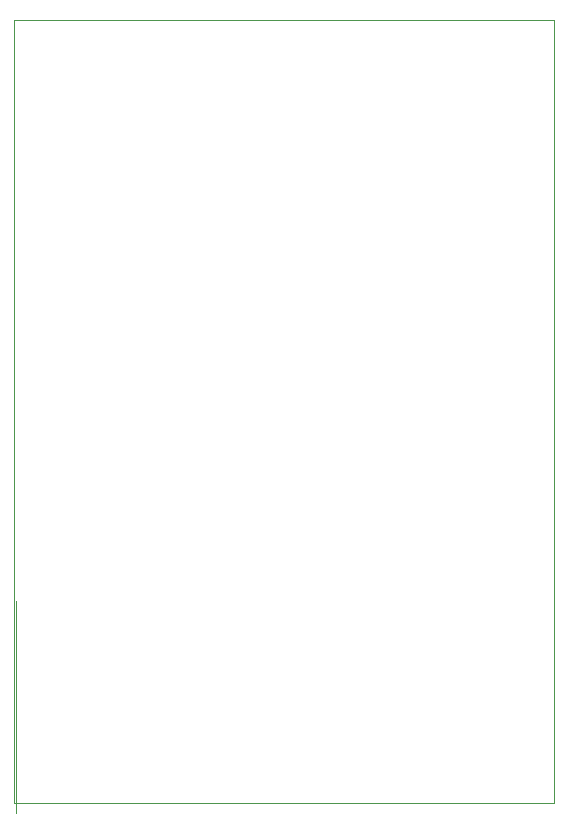
<source format=gbr>
%TF.GenerationSoftware,KiCad,Pcbnew,6.0.9+dfsg-1~bpo11+1*%
%TF.CreationDate,2022-12-22T20:36:38-06:00*%
%TF.ProjectId,CAE32_PCB,43414533-325f-4504-9342-2e6b69636164,rev?*%
%TF.SameCoordinates,Original*%
%TF.FileFunction,Profile,NP*%
%FSLAX46Y46*%
G04 Gerber Fmt 4.6, Leading zero omitted, Abs format (unit mm)*
G04 Created by KiCad (PCBNEW 6.0.9+dfsg-1~bpo11+1) date 2022-12-22 20:36:38*
%MOMM*%
%LPD*%
G01*
G04 APERTURE LIST*
%TA.AperFunction,Profile*%
%ADD10C,0.100000*%
%TD*%
%TA.AperFunction,Profile*%
%ADD11C,0.120000*%
%TD*%
G04 APERTURE END LIST*
D10*
X126746000Y-89662000D02*
X172466000Y-89662000D01*
X172466000Y-89662000D02*
X172466000Y-155956000D01*
X172466000Y-155956000D02*
X126746000Y-155956000D01*
X126746000Y-155956000D02*
X126746000Y-89662000D01*
D11*
%TO.C,J5*%
X126866000Y-138828000D02*
X126866000Y-156828000D01*
%TD*%
M02*

</source>
